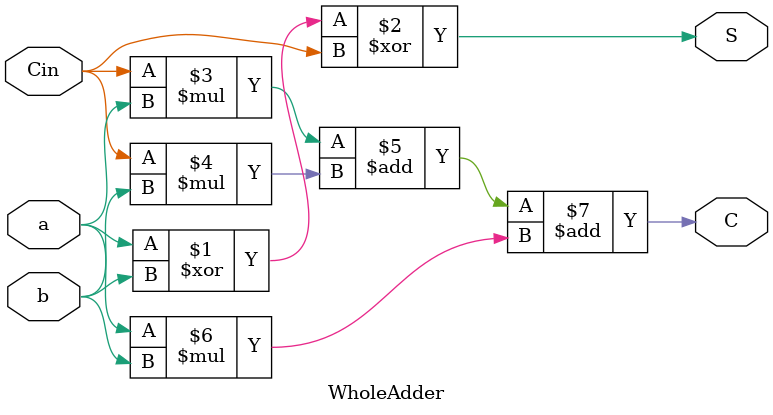
<source format=v>
`timescale 1ns / 1ps
module WholeAdder(S,C,a,b,Cin);
    output S, C;
	 input a, b, Cin;
    
	 //xor (S,a,b,Cin) ;
	 //or(C, and(a,Cin), and(b,Cin), and(a,b));
	 
	 
	 assign S =(a^b)^Cin;
	 assign C = Cin*a + Cin*b + a*b;
	 
	 
  //  );


endmodule

</source>
